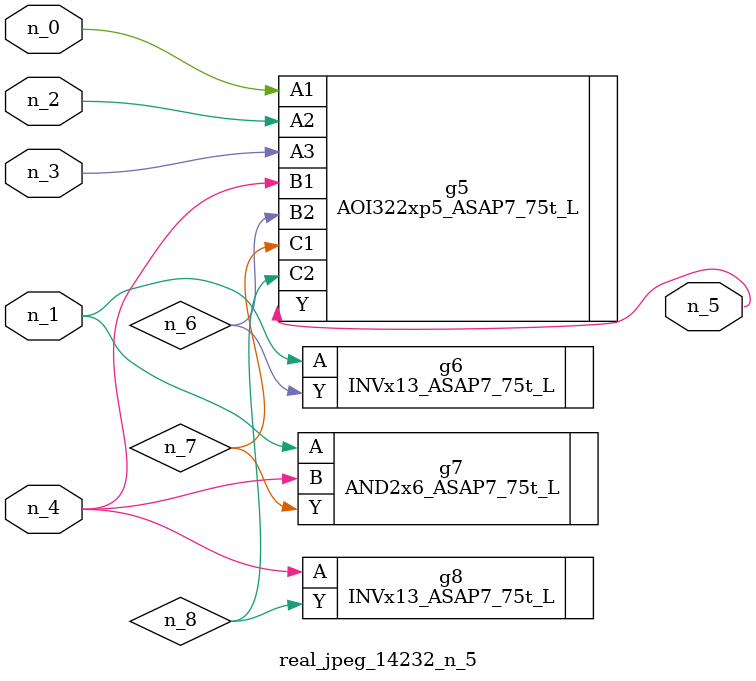
<source format=v>
module real_jpeg_14232_n_5 (n_4, n_0, n_1, n_2, n_3, n_5);

input n_4;
input n_0;
input n_1;
input n_2;
input n_3;

output n_5;

wire n_8;
wire n_6;
wire n_7;

AOI322xp5_ASAP7_75t_L g5 ( 
.A1(n_0),
.A2(n_2),
.A3(n_3),
.B1(n_4),
.B2(n_6),
.C1(n_7),
.C2(n_8),
.Y(n_5)
);

INVx13_ASAP7_75t_L g6 ( 
.A(n_1),
.Y(n_6)
);

AND2x6_ASAP7_75t_L g7 ( 
.A(n_1),
.B(n_4),
.Y(n_7)
);

INVx13_ASAP7_75t_L g8 ( 
.A(n_4),
.Y(n_8)
);


endmodule
</source>
